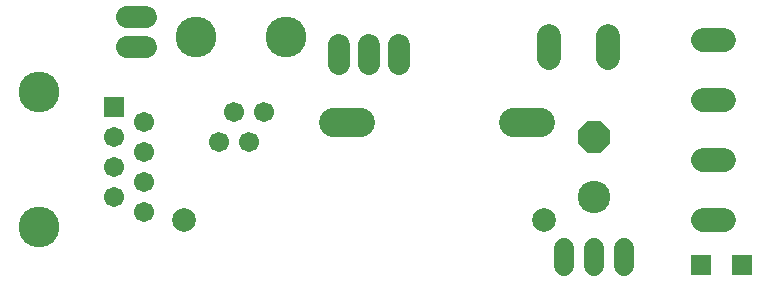
<source format=gts>
G75*
%MOIN*%
%OFA0B0*%
%FSLAX24Y24*%
%IPPOS*%
%LPD*%
%AMOC8*
5,1,8,0,0,1.08239X$1,22.5*
%
%ADD10C,0.1080*%
%ADD11OC8,0.1080*%
%ADD12C,0.0670*%
%ADD13C,0.1360*%
%ADD14C,0.0674*%
%ADD15R,0.0674X0.0674*%
%ADD16C,0.0790*%
%ADD17C,0.0792*%
%ADD18C,0.0720*%
%ADD19C,0.0965*%
%ADD20R,0.0671X0.0671*%
%ADD21C,0.0680*%
D10*
X021704Y003350D03*
D11*
X021704Y005350D03*
D12*
X010704Y006200D03*
X009704Y006200D03*
X010204Y005200D03*
X009204Y005200D03*
D13*
X003204Y002350D03*
X003204Y006850D03*
X008454Y008700D03*
X011454Y008700D03*
D14*
X006704Y005850D03*
X005704Y005350D03*
X006704Y004850D03*
X005704Y004350D03*
X006704Y003850D03*
X005704Y003350D03*
X006704Y002850D03*
D15*
X005704Y006350D03*
D16*
X020220Y007995D02*
X020220Y008705D01*
X022188Y008705D02*
X022188Y007995D01*
X025349Y008600D02*
X026059Y008600D01*
X026059Y006600D02*
X025349Y006600D01*
X025349Y004600D02*
X026059Y004600D01*
X026059Y002600D02*
X025349Y002600D01*
D17*
X020056Y002600D03*
X008048Y002600D03*
D18*
X013204Y007780D02*
X013204Y008420D01*
X014204Y008420D02*
X014204Y007780D01*
X015204Y007780D02*
X015204Y008420D01*
X006774Y008350D02*
X006134Y008350D01*
X006134Y009350D02*
X006774Y009350D01*
D19*
X013011Y005850D02*
X013896Y005850D01*
X019011Y005850D02*
X019896Y005850D01*
D20*
X025265Y001100D03*
X026643Y001100D03*
D21*
X022704Y001050D02*
X022704Y001650D01*
X021704Y001650D02*
X021704Y001050D01*
X020704Y001050D02*
X020704Y001650D01*
M02*

</source>
